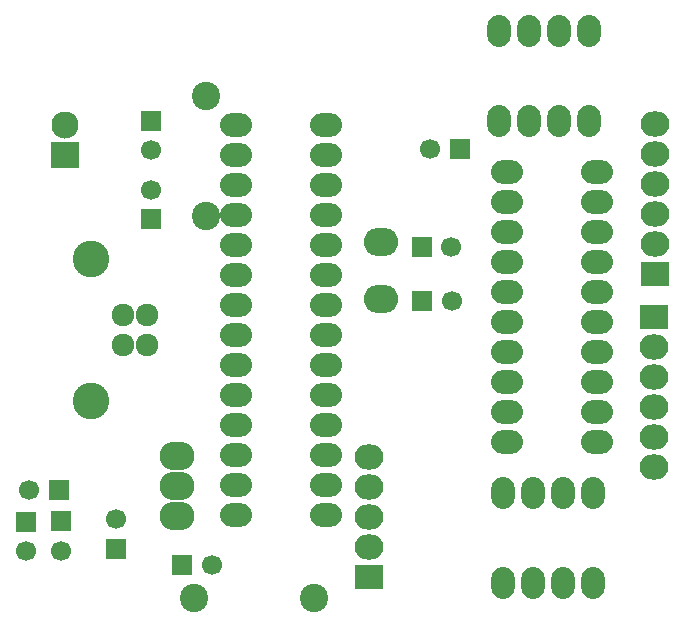
<source format=gbr>
G04 #@! TF.FileFunction,Soldermask,Bot*
%FSLAX46Y46*%
G04 Gerber Fmt 4.6, Leading zero omitted, Abs format (unit mm)*
G04 Created by KiCad (PCBNEW 4.0.6-e0-6349~53~ubuntu14.04.1) date Sun Apr 30 16:03:09 2017*
%MOMM*%
%LPD*%
G01*
G04 APERTURE LIST*
%ADD10C,0.100000*%
%ADD11R,1.700000X1.700000*%
%ADD12C,1.700000*%
%ADD13R,2.400000X2.300000*%
%ADD14C,2.300000*%
%ADD15C,1.924000*%
%ADD16C,3.100020*%
%ADD17R,2.432000X2.127200*%
%ADD18O,2.432000X2.127200*%
%ADD19C,2.398980*%
%ADD20O,2.700000X2.000000*%
%ADD21O,2.940000X2.432000*%
%ADD22O,2.000000X2.700000*%
%ADD23O,2.899360X2.398980*%
G04 APERTURE END LIST*
D10*
D11*
X114795300Y-117576600D03*
D12*
X117295300Y-117576600D03*
D11*
X114757200Y-113042700D03*
D12*
X117257200Y-113042700D03*
D11*
X117983000Y-104775000D03*
D12*
X115483000Y-104775000D03*
D11*
X91821000Y-110680500D03*
D12*
X91821000Y-108180500D03*
D11*
X94488000Y-139954000D03*
D12*
X96988000Y-139954000D03*
D11*
X91821000Y-102336600D03*
D12*
X91821000Y-104836600D03*
D11*
X88890000Y-138570000D03*
D12*
X88890000Y-136070000D03*
D11*
X81277460Y-136291320D03*
D12*
X81277460Y-138791320D03*
D11*
X84015580Y-133581140D03*
D12*
X81515580Y-133581140D03*
D11*
X84201000Y-136271000D03*
D12*
X84201000Y-138771000D03*
D13*
X84582000Y-105283000D03*
D14*
X84582000Y-102743000D03*
D15*
X91480000Y-118810000D03*
X91480000Y-121350000D03*
X89481020Y-121350000D03*
X89481020Y-118810000D03*
D16*
X86781000Y-114080520D03*
X86781000Y-126079480D03*
D17*
X110307120Y-140985240D03*
D18*
X110307120Y-138445240D03*
X110307120Y-135905240D03*
X110307120Y-133365240D03*
X110307120Y-130825240D03*
D17*
X134467600Y-115364260D03*
D18*
X134467600Y-112824260D03*
X134467600Y-110284260D03*
X134467600Y-107744260D03*
X134467600Y-105204260D03*
X134467600Y-102664260D03*
D17*
X134439660Y-118968520D03*
D18*
X134439660Y-121508520D03*
X134439660Y-124048520D03*
X134439660Y-126588520D03*
X134439660Y-129128520D03*
X134439660Y-131668520D03*
D19*
X95504000Y-142748000D03*
X105664000Y-142748000D03*
X96469200Y-100228400D03*
X96469200Y-110388400D03*
D20*
X106680000Y-135750000D03*
X106680000Y-133210000D03*
X106680000Y-130670000D03*
X106680000Y-128130000D03*
X106680000Y-125590000D03*
X106680000Y-123050000D03*
X106680000Y-120510000D03*
X106680000Y-117970000D03*
X106680000Y-115430000D03*
X106680000Y-112890000D03*
X106680000Y-110350000D03*
X106680000Y-107810000D03*
X106680000Y-105270000D03*
X106680000Y-102730000D03*
X99060000Y-102730000D03*
X99060000Y-105270000D03*
X99060000Y-107810000D03*
X99060000Y-110350000D03*
X99060000Y-112890000D03*
X99060000Y-115430000D03*
X99060000Y-117970000D03*
X99060000Y-120510000D03*
X99060000Y-123050000D03*
X99060000Y-125590000D03*
X99060000Y-128130000D03*
X99060000Y-130670000D03*
X99060000Y-133210000D03*
X99060000Y-135750000D03*
D21*
X94070000Y-133240000D03*
X94070000Y-135780000D03*
X94070000Y-130700000D03*
D22*
X128905000Y-94742000D03*
X126365000Y-94742000D03*
X123825000Y-94742000D03*
X121285000Y-94742000D03*
X121285000Y-102362000D03*
X123825000Y-102362000D03*
X126365000Y-102362000D03*
X128905000Y-102362000D03*
X129286000Y-133858000D03*
X126746000Y-133858000D03*
X124206000Y-133858000D03*
X121666000Y-133858000D03*
X121666000Y-141478000D03*
X124206000Y-141478000D03*
X126746000Y-141478000D03*
X129286000Y-141478000D03*
D20*
X129616200Y-129527300D03*
X129616200Y-126987300D03*
X129616200Y-124447300D03*
X129616200Y-121907300D03*
X129616200Y-119367300D03*
X129616200Y-116827300D03*
X129616200Y-114287300D03*
X129616200Y-111747300D03*
X129616200Y-109207300D03*
X129616200Y-106667300D03*
X121996200Y-106667300D03*
X121996200Y-109207300D03*
X121996200Y-111747300D03*
X121996200Y-114287300D03*
X121996200Y-116827300D03*
X121996200Y-119367300D03*
X121996200Y-121907300D03*
X121996200Y-124447300D03*
X121996200Y-126987300D03*
X121996200Y-129527300D03*
D23*
X111290100Y-117464840D03*
X111290100Y-112582960D03*
M02*

</source>
